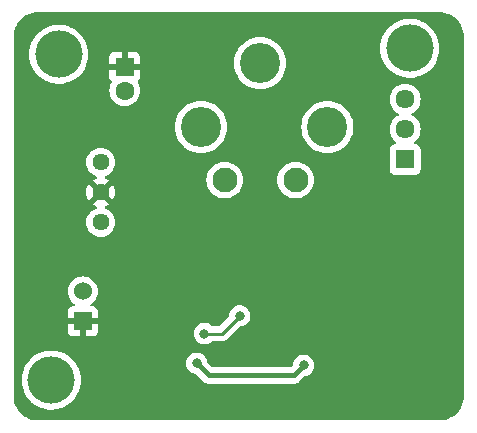
<source format=gbr>
%TF.GenerationSoftware,KiCad,Pcbnew,8.0.2*%
%TF.CreationDate,2024-06-16T16:48:04+02:00*%
%TF.ProjectId,Discharge Controller,44697363-6861-4726-9765-20436f6e7472,rev?*%
%TF.SameCoordinates,Original*%
%TF.FileFunction,Copper,L2,Bot*%
%TF.FilePolarity,Positive*%
%FSLAX46Y46*%
G04 Gerber Fmt 4.6, Leading zero omitted, Abs format (unit mm)*
G04 Created by KiCad (PCBNEW 8.0.2) date 2024-06-16 16:48:04*
%MOMM*%
%LPD*%
G01*
G04 APERTURE LIST*
%TA.AperFunction,ComponentPad*%
%ADD10C,2.100000*%
%TD*%
%TA.AperFunction,ComponentPad*%
%ADD11C,3.400000*%
%TD*%
%TA.AperFunction,ComponentPad*%
%ADD12R,1.610000X1.610000*%
%TD*%
%TA.AperFunction,ComponentPad*%
%ADD13C,1.610000*%
%TD*%
%TA.AperFunction,ComponentPad*%
%ADD14R,1.530000X1.530000*%
%TD*%
%TA.AperFunction,ComponentPad*%
%ADD15C,1.530000*%
%TD*%
%TA.AperFunction,ComponentPad*%
%ADD16C,4.000000*%
%TD*%
%TA.AperFunction,ComponentPad*%
%ADD17C,1.440000*%
%TD*%
%TA.AperFunction,ComponentPad*%
%ADD18R,1.600000X1.600000*%
%TD*%
%TA.AperFunction,ComponentPad*%
%ADD19C,1.600000*%
%TD*%
%TA.AperFunction,ViaPad*%
%ADD20C,0.800000*%
%TD*%
%TA.AperFunction,Conductor*%
%ADD21C,0.250000*%
%TD*%
%TA.AperFunction,Conductor*%
%ADD22C,0.400000*%
%TD*%
G04 APERTURE END LIST*
D10*
%TO.P,K2,1*%
%TO.N,Net-(K2-Pad1)*%
X173719500Y-65006500D03*
D11*
%TO.P,K2,2*%
%TO.N,/SC in*%
X176419500Y-60506500D03*
%TO.P,K2,3*%
%TO.N,unconnected-(K2-Pad3)*%
X170719500Y-55106500D03*
%TO.P,K2,4*%
%TO.N,/SC out*%
X165719500Y-60506500D03*
D10*
%TO.P,K2,5*%
%TO.N,+12V*%
X167719500Y-65006500D03*
%TD*%
D12*
%TO.P,J1,1,1*%
%TO.N,/Raw_Relay_Closed*%
X183000000Y-63246000D03*
D13*
%TO.P,J1,2,2*%
%TO.N,/SC in*%
X183000000Y-60706000D03*
%TO.P,J1,3,3*%
%TO.N,/SC out*%
X183000000Y-58166000D03*
%TD*%
D14*
%TO.P,J3,1,1*%
%TO.N,GND*%
X155702000Y-76962000D03*
D15*
%TO.P,J3,2,2*%
%TO.N,+12V*%
X155702000Y-74422000D03*
%TD*%
D16*
%TO.P,,1*%
%TO.N,N/C*%
X153035000Y-81940400D03*
%TD*%
%TO.P,,1*%
%TO.N,N/C*%
X153670000Y-54356000D03*
%TD*%
%TO.P,,1*%
%TO.N,N/C*%
X183388000Y-53848000D03*
%TD*%
D17*
%TO.P,U1,1,+VIN*%
%TO.N,+12V*%
X157226000Y-68580000D03*
%TO.P,U1,2,GND*%
%TO.N,GND*%
X157226000Y-66040000D03*
%TO.P,U1,3,+VOUT*%
%TO.N,+5V*%
X157226000Y-63500000D03*
%TD*%
D18*
%TO.P,C1,1*%
%TO.N,GND*%
X159258000Y-55432888D03*
D19*
%TO.P,C1,2*%
%TO.N,+12V*%
X159258000Y-57432888D03*
%TD*%
D20*
%TO.N,GND*%
X165500000Y-84000000D03*
X174500000Y-69000000D03*
X177500000Y-84000000D03*
X177139651Y-73289901D03*
X177500000Y-78000000D03*
X186500000Y-78000000D03*
X165389000Y-73414000D03*
%TO.N,+5V*%
X166000000Y-78000000D03*
X169000000Y-76500000D03*
%TO.N,/Relay_Closed*%
X165354000Y-80518000D03*
X174396400Y-80702800D03*
%TD*%
D21*
%TO.N,+5V*%
X166000000Y-78000000D02*
X167500000Y-78000000D01*
X167500000Y-78000000D02*
X169000000Y-76500000D01*
D22*
%TO.N,/Relay_Closed*%
X174396400Y-80702800D02*
X173565200Y-81534000D01*
X173565200Y-81534000D02*
X166370000Y-81534000D01*
X166370000Y-81534000D02*
X165354000Y-80518000D01*
%TD*%
%TA.AperFunction,Conductor*%
%TO.N,GND*%
G36*
X185961121Y-50800020D02*
G01*
X186095109Y-50802409D01*
X186110528Y-50803650D01*
X186376897Y-50841948D01*
X186394184Y-50845708D01*
X186651313Y-50921209D01*
X186667887Y-50927391D01*
X186777159Y-50977293D01*
X186911659Y-51038717D01*
X186927173Y-51047188D01*
X187152628Y-51192080D01*
X187166787Y-51202679D01*
X187369317Y-51378172D01*
X187381827Y-51390682D01*
X187557320Y-51593212D01*
X187567921Y-51607374D01*
X187712808Y-51832821D01*
X187721284Y-51848345D01*
X187832608Y-52092112D01*
X187838791Y-52108688D01*
X187914290Y-52365814D01*
X187918051Y-52383102D01*
X187956348Y-52649463D01*
X187957590Y-52664898D01*
X187959980Y-52798877D01*
X187960000Y-52801089D01*
X187960000Y-83342910D01*
X187959980Y-83345122D01*
X187957590Y-83479101D01*
X187956348Y-83494536D01*
X187918051Y-83760897D01*
X187914290Y-83778185D01*
X187838791Y-84035311D01*
X187832608Y-84051887D01*
X187721284Y-84295654D01*
X187712805Y-84311183D01*
X187567922Y-84536624D01*
X187557320Y-84550787D01*
X187381827Y-84753317D01*
X187369317Y-84765827D01*
X187166787Y-84941320D01*
X187152624Y-84951922D01*
X186927183Y-85096805D01*
X186911654Y-85105284D01*
X186667887Y-85216608D01*
X186651311Y-85222791D01*
X186394185Y-85298290D01*
X186376897Y-85302051D01*
X186110536Y-85340348D01*
X186095101Y-85341590D01*
X185964818Y-85343914D01*
X185961120Y-85343980D01*
X185958910Y-85344000D01*
X151861090Y-85344000D01*
X151858879Y-85343980D01*
X151855015Y-85343911D01*
X151724898Y-85341590D01*
X151709463Y-85340348D01*
X151443102Y-85302051D01*
X151425814Y-85298290D01*
X151168688Y-85222791D01*
X151152112Y-85216608D01*
X150908345Y-85105284D01*
X150892821Y-85096808D01*
X150667374Y-84951921D01*
X150653212Y-84941320D01*
X150450682Y-84765827D01*
X150438172Y-84753317D01*
X150262679Y-84550787D01*
X150252077Y-84536624D01*
X150190559Y-84440900D01*
X150107188Y-84311173D01*
X150098715Y-84295654D01*
X149987391Y-84051887D01*
X149981208Y-84035311D01*
X149905709Y-83778185D01*
X149901948Y-83760897D01*
X149863651Y-83494536D01*
X149862409Y-83479109D01*
X149860020Y-83345121D01*
X149860000Y-83342910D01*
X149860000Y-81940394D01*
X150529556Y-81940394D01*
X150529556Y-81940405D01*
X150549310Y-82254404D01*
X150549311Y-82254411D01*
X150608270Y-82563483D01*
X150705497Y-82862716D01*
X150705499Y-82862721D01*
X150839461Y-83147403D01*
X150839464Y-83147409D01*
X151008051Y-83413061D01*
X151008054Y-83413065D01*
X151208606Y-83655490D01*
X151208608Y-83655492D01*
X151208610Y-83655494D01*
X151320853Y-83760897D01*
X151437968Y-83870876D01*
X151437978Y-83870884D01*
X151692504Y-84055808D01*
X151692509Y-84055810D01*
X151692516Y-84055816D01*
X151968234Y-84207394D01*
X151968239Y-84207396D01*
X151968241Y-84207397D01*
X151968242Y-84207398D01*
X152260771Y-84323218D01*
X152260774Y-84323219D01*
X152565523Y-84401465D01*
X152565527Y-84401466D01*
X152631010Y-84409738D01*
X152877670Y-84440899D01*
X152877679Y-84440899D01*
X152877682Y-84440900D01*
X152877684Y-84440900D01*
X153192316Y-84440900D01*
X153192318Y-84440900D01*
X153192321Y-84440899D01*
X153192329Y-84440899D01*
X153378593Y-84417368D01*
X153504473Y-84401466D01*
X153809225Y-84323219D01*
X153839650Y-84311173D01*
X154101757Y-84207398D01*
X154101758Y-84207397D01*
X154101756Y-84207397D01*
X154101766Y-84207394D01*
X154377484Y-84055816D01*
X154632030Y-83870878D01*
X154861390Y-83655494D01*
X155061947Y-83413063D01*
X155230537Y-83147407D01*
X155364503Y-82862715D01*
X155461731Y-82563479D01*
X155520688Y-82254415D01*
X155540444Y-81940400D01*
X155520688Y-81626385D01*
X155461731Y-81317321D01*
X155364503Y-81018085D01*
X155230537Y-80733393D01*
X155093845Y-80518000D01*
X164448540Y-80518000D01*
X164468326Y-80706256D01*
X164468327Y-80706259D01*
X164526818Y-80886277D01*
X164526821Y-80886284D01*
X164621467Y-81050216D01*
X164640257Y-81071084D01*
X164748129Y-81190888D01*
X164901265Y-81302148D01*
X164901270Y-81302151D01*
X165074191Y-81379142D01*
X165074193Y-81379142D01*
X165074197Y-81379144D01*
X165229130Y-81412075D01*
X165290607Y-81445266D01*
X165291026Y-81445683D01*
X165923453Y-82078111D01*
X165923454Y-82078112D01*
X166038192Y-82154777D01*
X166165667Y-82207578D01*
X166165672Y-82207580D01*
X166165676Y-82207580D01*
X166165677Y-82207581D01*
X166301003Y-82234500D01*
X166301006Y-82234500D01*
X173634196Y-82234500D01*
X173725240Y-82216389D01*
X173769528Y-82207580D01*
X173833269Y-82181177D01*
X173897007Y-82154777D01*
X173897008Y-82154776D01*
X173897011Y-82154775D01*
X174011743Y-82078114D01*
X174459374Y-81630481D01*
X174520694Y-81596999D01*
X174521110Y-81596909D01*
X174676203Y-81563944D01*
X174849130Y-81486951D01*
X175002271Y-81375688D01*
X175128933Y-81235016D01*
X175223579Y-81071084D01*
X175282074Y-80891056D01*
X175301860Y-80702800D01*
X175282074Y-80514544D01*
X175223579Y-80334516D01*
X175128933Y-80170584D01*
X175002271Y-80029912D01*
X175002270Y-80029911D01*
X174849134Y-79918651D01*
X174849129Y-79918648D01*
X174676207Y-79841657D01*
X174676202Y-79841655D01*
X174530401Y-79810665D01*
X174491046Y-79802300D01*
X174301754Y-79802300D01*
X174269297Y-79809198D01*
X174116597Y-79841655D01*
X174116592Y-79841657D01*
X173943670Y-79918648D01*
X173943665Y-79918651D01*
X173790529Y-80029911D01*
X173663866Y-80170585D01*
X173569221Y-80334515D01*
X173569218Y-80334522D01*
X173510727Y-80514539D01*
X173510725Y-80514550D01*
X173505534Y-80563929D01*
X173478949Y-80628543D01*
X173469896Y-80638646D01*
X173311360Y-80797182D01*
X173250040Y-80830666D01*
X173223681Y-80833500D01*
X166711519Y-80833500D01*
X166644480Y-80813815D01*
X166623838Y-80797181D01*
X166280503Y-80453846D01*
X166247018Y-80392523D01*
X166244865Y-80379143D01*
X166239674Y-80329744D01*
X166187959Y-80170584D01*
X166181181Y-80149722D01*
X166181180Y-80149721D01*
X166181179Y-80149716D01*
X166086533Y-79985784D01*
X165959871Y-79845112D01*
X165955116Y-79841657D01*
X165806734Y-79733851D01*
X165806729Y-79733848D01*
X165633807Y-79656857D01*
X165633802Y-79656855D01*
X165488001Y-79625865D01*
X165448646Y-79617500D01*
X165259354Y-79617500D01*
X165226897Y-79624398D01*
X165074197Y-79656855D01*
X165074192Y-79656857D01*
X164901270Y-79733848D01*
X164901265Y-79733851D01*
X164748129Y-79845111D01*
X164621466Y-79985785D01*
X164526821Y-80149715D01*
X164526818Y-80149722D01*
X164468327Y-80329740D01*
X164468326Y-80329744D01*
X164448540Y-80518000D01*
X155093845Y-80518000D01*
X155061948Y-80467738D01*
X155061945Y-80467734D01*
X154861393Y-80225309D01*
X154861391Y-80225307D01*
X154632031Y-80009923D01*
X154632021Y-80009915D01*
X154377495Y-79824991D01*
X154377488Y-79824986D01*
X154377484Y-79824984D01*
X154101766Y-79673406D01*
X154101763Y-79673404D01*
X154101758Y-79673402D01*
X154101757Y-79673401D01*
X153809228Y-79557581D01*
X153809225Y-79557580D01*
X153504476Y-79479334D01*
X153504463Y-79479332D01*
X153192329Y-79439900D01*
X153192318Y-79439900D01*
X152877682Y-79439900D01*
X152877670Y-79439900D01*
X152565536Y-79479332D01*
X152565523Y-79479334D01*
X152260774Y-79557580D01*
X152260771Y-79557581D01*
X151968242Y-79673401D01*
X151968241Y-79673402D01*
X151692516Y-79824984D01*
X151692504Y-79824991D01*
X151437978Y-80009915D01*
X151437968Y-80009923D01*
X151208608Y-80225307D01*
X151208606Y-80225309D01*
X151008054Y-80467734D01*
X151008051Y-80467738D01*
X150839464Y-80733390D01*
X150839461Y-80733396D01*
X150705499Y-81018078D01*
X150705497Y-81018083D01*
X150608270Y-81317316D01*
X150549311Y-81626388D01*
X150549310Y-81626395D01*
X150529556Y-81940394D01*
X149860000Y-81940394D01*
X149860000Y-74421998D01*
X154431666Y-74421998D01*
X154431666Y-74422001D01*
X154450964Y-74642585D01*
X154450965Y-74642592D01*
X154508275Y-74856475D01*
X154508279Y-74856486D01*
X154601856Y-75057163D01*
X154601858Y-75057167D01*
X154728868Y-75238555D01*
X154885445Y-75395132D01*
X154994404Y-75471426D01*
X155038027Y-75526002D01*
X155045220Y-75595501D01*
X155013698Y-75657855D01*
X154953468Y-75693269D01*
X154923279Y-75697000D01*
X154889155Y-75697000D01*
X154829627Y-75703401D01*
X154829620Y-75703403D01*
X154694913Y-75753645D01*
X154694906Y-75753649D01*
X154579812Y-75839809D01*
X154579809Y-75839812D01*
X154493649Y-75954906D01*
X154493645Y-75954913D01*
X154443403Y-76089620D01*
X154443401Y-76089627D01*
X154437000Y-76149155D01*
X154437000Y-76712000D01*
X155257440Y-76712000D01*
X155226755Y-76765147D01*
X155192000Y-76894857D01*
X155192000Y-77029143D01*
X155226755Y-77158853D01*
X155257440Y-77212000D01*
X154437000Y-77212000D01*
X154437000Y-77774844D01*
X154443401Y-77834372D01*
X154443403Y-77834379D01*
X154493645Y-77969086D01*
X154493649Y-77969093D01*
X154579809Y-78084187D01*
X154579812Y-78084190D01*
X154694906Y-78170350D01*
X154694913Y-78170354D01*
X154829620Y-78220596D01*
X154829627Y-78220598D01*
X154889155Y-78226999D01*
X154889172Y-78227000D01*
X155452000Y-78227000D01*
X155452000Y-77406560D01*
X155505147Y-77437245D01*
X155634857Y-77472000D01*
X155769143Y-77472000D01*
X155898853Y-77437245D01*
X155952000Y-77406560D01*
X155952000Y-78227000D01*
X156514828Y-78227000D01*
X156514844Y-78226999D01*
X156574372Y-78220598D01*
X156574379Y-78220596D01*
X156709086Y-78170354D01*
X156709093Y-78170350D01*
X156824187Y-78084190D01*
X156824190Y-78084187D01*
X156887213Y-78000000D01*
X165094540Y-78000000D01*
X165114326Y-78188256D01*
X165114327Y-78188259D01*
X165172818Y-78368277D01*
X165172821Y-78368284D01*
X165267467Y-78532216D01*
X165388401Y-78666526D01*
X165394129Y-78672888D01*
X165547265Y-78784148D01*
X165547270Y-78784151D01*
X165720192Y-78861142D01*
X165720197Y-78861144D01*
X165905354Y-78900500D01*
X165905355Y-78900500D01*
X166094644Y-78900500D01*
X166094646Y-78900500D01*
X166279803Y-78861144D01*
X166452730Y-78784151D01*
X166605871Y-78672888D01*
X166608788Y-78669647D01*
X166611600Y-78666526D01*
X166671087Y-78629879D01*
X166703748Y-78625500D01*
X167561607Y-78625500D01*
X167622029Y-78613481D01*
X167682452Y-78601463D01*
X167732496Y-78580734D01*
X167796286Y-78554312D01*
X167847509Y-78520084D01*
X167898733Y-78485858D01*
X167985858Y-78398733D01*
X167985858Y-78398731D01*
X167996066Y-78388524D01*
X167996067Y-78388521D01*
X168947772Y-77436819D01*
X169009095Y-77403334D01*
X169035453Y-77400500D01*
X169094644Y-77400500D01*
X169094646Y-77400500D01*
X169279803Y-77361144D01*
X169452730Y-77284151D01*
X169605871Y-77172888D01*
X169732533Y-77032216D01*
X169827179Y-76868284D01*
X169885674Y-76688256D01*
X169905460Y-76500000D01*
X169885674Y-76311744D01*
X169827179Y-76131716D01*
X169732533Y-75967784D01*
X169605871Y-75827112D01*
X169605870Y-75827111D01*
X169452734Y-75715851D01*
X169452729Y-75715848D01*
X169279807Y-75638857D01*
X169279802Y-75638855D01*
X169134001Y-75607865D01*
X169094646Y-75599500D01*
X168905354Y-75599500D01*
X168872897Y-75606398D01*
X168720197Y-75638855D01*
X168720192Y-75638857D01*
X168547270Y-75715848D01*
X168547265Y-75715851D01*
X168394129Y-75827111D01*
X168267466Y-75967785D01*
X168172821Y-76131715D01*
X168172818Y-76131722D01*
X168114327Y-76311740D01*
X168114326Y-76311744D01*
X168099585Y-76452000D01*
X168096679Y-76479650D01*
X168070094Y-76544264D01*
X168061038Y-76554369D01*
X167456557Y-77158853D01*
X167277229Y-77338181D01*
X167215906Y-77371666D01*
X167189548Y-77374500D01*
X166703748Y-77374500D01*
X166636709Y-77354815D01*
X166611600Y-77333474D01*
X166605873Y-77327114D01*
X166605869Y-77327110D01*
X166452734Y-77215851D01*
X166452729Y-77215848D01*
X166279807Y-77138857D01*
X166279802Y-77138855D01*
X166134001Y-77107865D01*
X166094646Y-77099500D01*
X165905354Y-77099500D01*
X165872897Y-77106398D01*
X165720197Y-77138855D01*
X165720192Y-77138857D01*
X165547270Y-77215848D01*
X165547265Y-77215851D01*
X165394129Y-77327111D01*
X165267466Y-77467785D01*
X165172821Y-77631715D01*
X165172818Y-77631722D01*
X165114327Y-77811740D01*
X165114326Y-77811744D01*
X165094540Y-78000000D01*
X156887213Y-78000000D01*
X156910350Y-77969093D01*
X156910354Y-77969086D01*
X156960596Y-77834379D01*
X156960598Y-77834372D01*
X156966999Y-77774844D01*
X156967000Y-77774827D01*
X156967000Y-77212000D01*
X156146560Y-77212000D01*
X156177245Y-77158853D01*
X156212000Y-77029143D01*
X156212000Y-76894857D01*
X156177245Y-76765147D01*
X156146560Y-76712000D01*
X156967000Y-76712000D01*
X156967000Y-76149172D01*
X156966999Y-76149155D01*
X156960598Y-76089627D01*
X156960596Y-76089620D01*
X156910354Y-75954913D01*
X156910350Y-75954906D01*
X156824190Y-75839812D01*
X156824187Y-75839809D01*
X156709093Y-75753649D01*
X156709086Y-75753645D01*
X156574379Y-75703403D01*
X156574372Y-75703401D01*
X156514844Y-75697000D01*
X156480721Y-75697000D01*
X156413682Y-75677315D01*
X156367927Y-75624511D01*
X156357983Y-75555353D01*
X156387008Y-75491797D01*
X156409593Y-75471427D01*
X156518555Y-75395132D01*
X156675132Y-75238555D01*
X156802142Y-75057167D01*
X156895723Y-74856480D01*
X156953035Y-74642591D01*
X156972334Y-74422000D01*
X156953035Y-74201409D01*
X156895723Y-73987520D01*
X156802142Y-73786833D01*
X156675132Y-73605445D01*
X156518555Y-73448868D01*
X156337167Y-73321858D01*
X156337163Y-73321856D01*
X156136486Y-73228279D01*
X156136475Y-73228275D01*
X155922592Y-73170965D01*
X155922585Y-73170964D01*
X155702002Y-73151666D01*
X155701998Y-73151666D01*
X155481414Y-73170964D01*
X155481407Y-73170965D01*
X155267524Y-73228275D01*
X155267513Y-73228279D01*
X155066836Y-73321856D01*
X155066834Y-73321857D01*
X154885444Y-73448868D01*
X154728868Y-73605444D01*
X154601857Y-73786834D01*
X154601856Y-73786836D01*
X154508279Y-73987513D01*
X154508275Y-73987524D01*
X154450965Y-74201407D01*
X154450964Y-74201414D01*
X154431666Y-74421998D01*
X149860000Y-74421998D01*
X149860000Y-63499998D01*
X156000838Y-63499998D01*
X156000838Y-63500001D01*
X156019450Y-63712741D01*
X156019452Y-63712752D01*
X156074721Y-63919022D01*
X156074723Y-63919026D01*
X156074724Y-63919030D01*
X156117171Y-64010058D01*
X156164977Y-64112578D01*
X156287472Y-64287521D01*
X156438478Y-64438527D01*
X156438481Y-64438529D01*
X156613419Y-64561021D01*
X156613421Y-64561022D01*
X156613420Y-64561022D01*
X156677936Y-64591106D01*
X156806970Y-64651276D01*
X156806983Y-64651279D01*
X156812064Y-64653130D01*
X156811390Y-64654978D01*
X156863680Y-64686857D01*
X156894204Y-64749707D01*
X156885903Y-64819082D01*
X156841413Y-64872956D01*
X156811904Y-64886432D01*
X156812236Y-64887342D01*
X156807140Y-64889197D01*
X156613671Y-64979412D01*
X156613669Y-64979413D01*
X156557969Y-65018415D01*
X156557968Y-65018415D01*
X157121085Y-65581531D01*
X157044587Y-65602029D01*
X156937413Y-65663906D01*
X156849906Y-65751413D01*
X156788029Y-65858587D01*
X156767531Y-65935084D01*
X156204415Y-65371968D01*
X156204415Y-65371969D01*
X156165413Y-65427669D01*
X156165412Y-65427671D01*
X156075197Y-65621140D01*
X156075194Y-65621146D01*
X156019945Y-65827337D01*
X156019944Y-65827345D01*
X156001340Y-66039997D01*
X156001340Y-66040002D01*
X156019944Y-66252654D01*
X156019945Y-66252662D01*
X156075194Y-66458853D01*
X156075197Y-66458859D01*
X156165413Y-66652329D01*
X156204415Y-66708030D01*
X156767531Y-66144914D01*
X156788029Y-66221413D01*
X156849906Y-66328587D01*
X156937413Y-66416094D01*
X157044587Y-66477971D01*
X157121084Y-66498468D01*
X156557968Y-67061584D01*
X156613663Y-67100582D01*
X156613669Y-67100586D01*
X156807140Y-67190802D01*
X156812236Y-67192658D01*
X156811542Y-67194563D01*
X156863647Y-67226302D01*
X156894196Y-67289139D01*
X156885922Y-67358518D01*
X156841454Y-67412409D01*
X156811744Y-67425991D01*
X156812064Y-67426870D01*
X156806972Y-67428723D01*
X156806970Y-67428724D01*
X156806968Y-67428725D01*
X156613421Y-67518977D01*
X156438478Y-67641472D01*
X156287472Y-67792478D01*
X156164977Y-67967421D01*
X156074725Y-68160968D01*
X156074721Y-68160977D01*
X156019452Y-68367247D01*
X156019450Y-68367258D01*
X156000838Y-68579998D01*
X156000838Y-68580001D01*
X156019450Y-68792741D01*
X156019452Y-68792752D01*
X156074721Y-68999022D01*
X156074723Y-68999026D01*
X156074724Y-68999030D01*
X156117171Y-69090058D01*
X156164977Y-69192578D01*
X156287472Y-69367521D01*
X156438478Y-69518527D01*
X156438481Y-69518529D01*
X156613419Y-69641021D01*
X156613421Y-69641022D01*
X156613420Y-69641022D01*
X156677936Y-69671106D01*
X156806970Y-69731276D01*
X157013253Y-69786549D01*
X157165215Y-69799844D01*
X157225998Y-69805162D01*
X157226000Y-69805162D01*
X157226002Y-69805162D01*
X157279186Y-69800508D01*
X157438747Y-69786549D01*
X157645030Y-69731276D01*
X157838581Y-69641021D01*
X158013519Y-69518529D01*
X158164529Y-69367519D01*
X158287021Y-69192581D01*
X158377276Y-68999030D01*
X158432549Y-68792747D01*
X158451162Y-68580000D01*
X158432549Y-68367253D01*
X158377276Y-68160970D01*
X158287021Y-67967419D01*
X158164529Y-67792481D01*
X158164527Y-67792478D01*
X158013521Y-67641472D01*
X157838578Y-67518977D01*
X157838579Y-67518977D01*
X157709547Y-67458809D01*
X157645030Y-67428724D01*
X157645023Y-67428722D01*
X157639936Y-67426870D01*
X157640606Y-67425028D01*
X157588293Y-67393114D01*
X157557789Y-67330255D01*
X157566111Y-67260883D01*
X157610617Y-67207022D01*
X157640097Y-67193574D01*
X157639764Y-67192658D01*
X157644864Y-67190801D01*
X157838325Y-67100589D01*
X157894030Y-67061583D01*
X157330915Y-66498467D01*
X157407413Y-66477971D01*
X157514587Y-66416094D01*
X157602094Y-66328587D01*
X157663971Y-66221413D01*
X157684468Y-66144915D01*
X158247583Y-66708029D01*
X158286589Y-66652325D01*
X158376801Y-66458864D01*
X158376805Y-66458853D01*
X158432054Y-66252662D01*
X158432055Y-66252654D01*
X158450660Y-66040002D01*
X158450660Y-66039997D01*
X158432055Y-65827345D01*
X158432054Y-65827337D01*
X158376805Y-65621146D01*
X158376802Y-65621140D01*
X158286586Y-65427669D01*
X158286582Y-65427663D01*
X158247584Y-65371968D01*
X157684468Y-65935084D01*
X157663971Y-65858587D01*
X157602094Y-65751413D01*
X157514587Y-65663906D01*
X157407413Y-65602029D01*
X157330914Y-65581531D01*
X157894030Y-65018415D01*
X157877014Y-65006500D01*
X166164206Y-65006500D01*
X166183353Y-65249797D01*
X166183353Y-65249800D01*
X166183354Y-65249802D01*
X166226057Y-65427671D01*
X166240330Y-65487119D01*
X166333722Y-65712589D01*
X166461237Y-65920673D01*
X166461238Y-65920676D01*
X166461241Y-65920679D01*
X166619741Y-66106259D01*
X166754569Y-66221413D01*
X166805323Y-66264761D01*
X166805326Y-66264762D01*
X167013410Y-66392277D01*
X167238881Y-66485669D01*
X167238878Y-66485669D01*
X167238884Y-66485670D01*
X167238888Y-66485672D01*
X167476198Y-66542646D01*
X167719500Y-66561794D01*
X167962802Y-66542646D01*
X168200112Y-66485672D01*
X168425589Y-66392277D01*
X168633679Y-66264759D01*
X168819259Y-66106259D01*
X168977759Y-65920679D01*
X169105277Y-65712589D01*
X169198672Y-65487112D01*
X169255646Y-65249802D01*
X169274794Y-65006500D01*
X172164206Y-65006500D01*
X172183353Y-65249797D01*
X172183353Y-65249800D01*
X172183354Y-65249802D01*
X172226057Y-65427671D01*
X172240330Y-65487119D01*
X172333722Y-65712589D01*
X172461237Y-65920673D01*
X172461238Y-65920676D01*
X172461241Y-65920679D01*
X172619741Y-66106259D01*
X172754569Y-66221413D01*
X172805323Y-66264761D01*
X172805326Y-66264762D01*
X173013410Y-66392277D01*
X173238881Y-66485669D01*
X173238878Y-66485669D01*
X173238884Y-66485670D01*
X173238888Y-66485672D01*
X173476198Y-66542646D01*
X173719500Y-66561794D01*
X173962802Y-66542646D01*
X174200112Y-66485672D01*
X174425589Y-66392277D01*
X174633679Y-66264759D01*
X174819259Y-66106259D01*
X174977759Y-65920679D01*
X175105277Y-65712589D01*
X175198672Y-65487112D01*
X175255646Y-65249802D01*
X175274794Y-65006500D01*
X175255646Y-64763198D01*
X175198672Y-64525888D01*
X175185794Y-64494797D01*
X175105277Y-64300410D01*
X174977762Y-64092326D01*
X174977761Y-64092323D01*
X174941953Y-64050397D01*
X174819259Y-63906741D01*
X174696563Y-63801949D01*
X174633676Y-63748238D01*
X174633673Y-63748237D01*
X174425589Y-63620722D01*
X174200118Y-63527330D01*
X174200121Y-63527330D01*
X174086289Y-63500001D01*
X173962802Y-63470354D01*
X173962800Y-63470353D01*
X173962797Y-63470353D01*
X173719500Y-63451206D01*
X173476202Y-63470353D01*
X173476198Y-63470354D01*
X173352716Y-63500000D01*
X173238880Y-63527330D01*
X173013410Y-63620722D01*
X172805326Y-63748237D01*
X172805323Y-63748238D01*
X172619741Y-63906741D01*
X172461238Y-64092323D01*
X172461237Y-64092326D01*
X172333722Y-64300410D01*
X172240330Y-64525880D01*
X172240328Y-64525887D01*
X172240328Y-64525888D01*
X172234179Y-64551499D01*
X172183353Y-64763202D01*
X172164206Y-65006500D01*
X169274794Y-65006500D01*
X169255646Y-64763198D01*
X169198672Y-64525888D01*
X169185794Y-64494797D01*
X169105277Y-64300410D01*
X168977762Y-64092326D01*
X168977761Y-64092323D01*
X168941953Y-64050397D01*
X168819259Y-63906741D01*
X168696563Y-63801949D01*
X168633676Y-63748238D01*
X168633673Y-63748237D01*
X168425589Y-63620722D01*
X168200118Y-63527330D01*
X168200121Y-63527330D01*
X168086289Y-63500001D01*
X167962802Y-63470354D01*
X167962800Y-63470353D01*
X167962797Y-63470353D01*
X167719500Y-63451206D01*
X167476202Y-63470353D01*
X167476198Y-63470354D01*
X167352716Y-63500000D01*
X167238880Y-63527330D01*
X167013410Y-63620722D01*
X166805326Y-63748237D01*
X166805323Y-63748238D01*
X166619741Y-63906741D01*
X166461238Y-64092323D01*
X166461237Y-64092326D01*
X166333722Y-64300410D01*
X166240330Y-64525880D01*
X166240328Y-64525887D01*
X166240328Y-64525888D01*
X166234179Y-64551499D01*
X166183353Y-64763202D01*
X166164206Y-65006500D01*
X157877014Y-65006500D01*
X157838329Y-64979413D01*
X157644859Y-64889197D01*
X157639764Y-64887342D01*
X157640455Y-64885443D01*
X157588325Y-64853667D01*
X157557797Y-64790820D01*
X157566093Y-64721444D01*
X157610579Y-64667567D01*
X157640257Y-64654014D01*
X157639936Y-64653130D01*
X157645013Y-64651280D01*
X157645030Y-64651276D01*
X157838581Y-64561021D01*
X158013519Y-64438529D01*
X158164529Y-64287519D01*
X158287021Y-64112581D01*
X158377276Y-63919030D01*
X158432549Y-63712747D01*
X158451162Y-63500000D01*
X158432549Y-63287253D01*
X158377276Y-63080970D01*
X158287021Y-62887419D01*
X158164529Y-62712481D01*
X158164527Y-62712478D01*
X158013521Y-62561472D01*
X157838578Y-62438977D01*
X157838579Y-62438977D01*
X157709547Y-62378809D01*
X157645030Y-62348724D01*
X157645026Y-62348723D01*
X157645022Y-62348721D01*
X157438752Y-62293452D01*
X157438748Y-62293451D01*
X157438747Y-62293451D01*
X157438746Y-62293450D01*
X157438741Y-62293450D01*
X157226002Y-62274838D01*
X157225998Y-62274838D01*
X157013258Y-62293450D01*
X157013247Y-62293452D01*
X156806977Y-62348721D01*
X156806968Y-62348725D01*
X156613421Y-62438977D01*
X156438478Y-62561472D01*
X156287472Y-62712478D01*
X156164977Y-62887421D01*
X156074725Y-63080968D01*
X156074721Y-63080977D01*
X156019452Y-63287247D01*
X156019450Y-63287258D01*
X156000838Y-63499998D01*
X149860000Y-63499998D01*
X149860000Y-60506500D01*
X163514278Y-60506500D01*
X163533144Y-60794337D01*
X163533146Y-60794349D01*
X163589417Y-61077245D01*
X163589421Y-61077260D01*
X163682142Y-61350405D01*
X163809719Y-61609106D01*
X163809723Y-61609113D01*
X163969978Y-61848952D01*
X164160172Y-62065827D01*
X164311652Y-62198671D01*
X164377046Y-62256020D01*
X164616889Y-62416278D01*
X164875598Y-62543859D01*
X165148747Y-62636581D01*
X165431661Y-62692856D01*
X165719500Y-62711722D01*
X166007339Y-62692856D01*
X166290253Y-62636581D01*
X166563402Y-62543859D01*
X166822111Y-62416278D01*
X167061954Y-62256020D01*
X167278827Y-62065827D01*
X167469020Y-61848954D01*
X167629278Y-61609111D01*
X167756859Y-61350402D01*
X167849581Y-61077253D01*
X167905856Y-60794339D01*
X167924722Y-60506500D01*
X174214278Y-60506500D01*
X174233144Y-60794337D01*
X174233146Y-60794349D01*
X174289417Y-61077245D01*
X174289421Y-61077260D01*
X174382142Y-61350405D01*
X174509719Y-61609106D01*
X174509723Y-61609113D01*
X174669978Y-61848952D01*
X174860172Y-62065827D01*
X175011652Y-62198671D01*
X175077046Y-62256020D01*
X175316889Y-62416278D01*
X175575598Y-62543859D01*
X175848747Y-62636581D01*
X176131661Y-62692856D01*
X176419500Y-62711722D01*
X176707339Y-62692856D01*
X176990253Y-62636581D01*
X177263402Y-62543859D01*
X177522111Y-62416278D01*
X177761954Y-62256020D01*
X177978827Y-62065827D01*
X178169020Y-61848954D01*
X178329278Y-61609111D01*
X178456859Y-61350402D01*
X178549581Y-61077253D01*
X178605856Y-60794339D01*
X178624722Y-60506500D01*
X178605856Y-60218661D01*
X178549581Y-59935747D01*
X178456859Y-59662598D01*
X178329278Y-59403889D01*
X178169020Y-59164046D01*
X178032495Y-59008369D01*
X177978827Y-58947172D01*
X177761952Y-58756978D01*
X177522113Y-58596723D01*
X177522106Y-58596719D01*
X177263405Y-58469142D01*
X176990260Y-58376421D01*
X176990254Y-58376419D01*
X176990253Y-58376419D01*
X176990251Y-58376418D01*
X176990245Y-58376417D01*
X176707349Y-58320146D01*
X176707339Y-58320144D01*
X176419500Y-58301278D01*
X176131661Y-58320144D01*
X176131655Y-58320145D01*
X176131650Y-58320146D01*
X175848754Y-58376417D01*
X175848739Y-58376421D01*
X175575594Y-58469142D01*
X175316893Y-58596719D01*
X175316886Y-58596723D01*
X175077047Y-58756978D01*
X174860172Y-58947172D01*
X174669978Y-59164047D01*
X174509723Y-59403886D01*
X174509719Y-59403893D01*
X174382142Y-59662594D01*
X174289421Y-59935739D01*
X174289417Y-59935754D01*
X174233146Y-60218650D01*
X174233144Y-60218662D01*
X174214278Y-60506500D01*
X167924722Y-60506500D01*
X167905856Y-60218661D01*
X167849581Y-59935747D01*
X167756859Y-59662598D01*
X167629278Y-59403889D01*
X167469020Y-59164046D01*
X167332495Y-59008369D01*
X167278827Y-58947172D01*
X167061952Y-58756978D01*
X166822113Y-58596723D01*
X166822106Y-58596719D01*
X166563405Y-58469142D01*
X166290260Y-58376421D01*
X166290254Y-58376419D01*
X166290253Y-58376419D01*
X166290251Y-58376418D01*
X166290245Y-58376417D01*
X166007349Y-58320146D01*
X166007339Y-58320144D01*
X165719500Y-58301278D01*
X165431661Y-58320144D01*
X165431655Y-58320145D01*
X165431650Y-58320146D01*
X165148754Y-58376417D01*
X165148739Y-58376421D01*
X164875594Y-58469142D01*
X164616893Y-58596719D01*
X164616886Y-58596723D01*
X164377047Y-58756978D01*
X164160172Y-58947172D01*
X163969978Y-59164047D01*
X163809723Y-59403886D01*
X163809719Y-59403893D01*
X163682142Y-59662594D01*
X163589421Y-59935739D01*
X163589417Y-59935754D01*
X163533146Y-60218650D01*
X163533144Y-60218662D01*
X163514278Y-60506500D01*
X149860000Y-60506500D01*
X149860000Y-57432886D01*
X157952532Y-57432886D01*
X157952532Y-57432889D01*
X157972364Y-57659574D01*
X157972366Y-57659585D01*
X158031258Y-57879376D01*
X158031261Y-57879385D01*
X158127431Y-58085620D01*
X158127432Y-58085622D01*
X158257954Y-58272029D01*
X158418858Y-58432933D01*
X158418861Y-58432935D01*
X158605266Y-58563456D01*
X158811504Y-58659627D01*
X159031308Y-58718523D01*
X159193230Y-58732689D01*
X159257998Y-58738356D01*
X159258000Y-58738356D01*
X159258002Y-58738356D01*
X159314673Y-58733397D01*
X159484692Y-58718523D01*
X159704496Y-58659627D01*
X159910734Y-58563456D01*
X160097139Y-58432935D01*
X160258047Y-58272027D01*
X160332289Y-58165998D01*
X181689513Y-58165998D01*
X181689513Y-58166001D01*
X181709421Y-58393558D01*
X181709423Y-58393568D01*
X181768542Y-58614205D01*
X181768544Y-58614209D01*
X181768545Y-58614213D01*
X181789722Y-58659627D01*
X181865084Y-58821243D01*
X181865085Y-58821244D01*
X181996109Y-59008365D01*
X182157635Y-59169891D01*
X182344756Y-59300915D01*
X182393443Y-59323618D01*
X182445882Y-59369790D01*
X182465034Y-59436984D01*
X182444818Y-59503865D01*
X182393444Y-59548381D01*
X182344759Y-59571084D01*
X182344753Y-59571087D01*
X182344752Y-59571087D01*
X182157633Y-59702109D01*
X181996109Y-59863633D01*
X181865087Y-60050752D01*
X181865085Y-60050756D01*
X181768546Y-60257785D01*
X181768542Y-60257794D01*
X181709423Y-60478431D01*
X181709421Y-60478441D01*
X181689513Y-60705998D01*
X181689513Y-60706001D01*
X181709421Y-60933558D01*
X181709423Y-60933568D01*
X181768542Y-61154205D01*
X181768544Y-61154209D01*
X181768545Y-61154213D01*
X181816815Y-61257728D01*
X181865084Y-61361243D01*
X181865085Y-61361244D01*
X181996109Y-61548365D01*
X182157635Y-61709891D01*
X182171052Y-61719285D01*
X182214676Y-61773859D01*
X182221870Y-61843358D01*
X182190348Y-61905713D01*
X182130119Y-61941127D01*
X182113185Y-61944148D01*
X182087519Y-61946907D01*
X181952671Y-61997202D01*
X181952664Y-61997206D01*
X181837455Y-62083452D01*
X181837452Y-62083455D01*
X181751206Y-62198664D01*
X181751202Y-62198671D01*
X181700908Y-62333517D01*
X181694501Y-62393116D01*
X181694501Y-62393123D01*
X181694500Y-62393135D01*
X181694500Y-64098870D01*
X181694501Y-64098876D01*
X181700908Y-64158483D01*
X181751202Y-64293328D01*
X181751206Y-64293335D01*
X181837452Y-64408544D01*
X181837455Y-64408547D01*
X181952664Y-64494793D01*
X181952671Y-64494797D01*
X182087517Y-64545091D01*
X182087516Y-64545091D01*
X182094444Y-64545835D01*
X182147127Y-64551500D01*
X183852872Y-64551499D01*
X183912483Y-64545091D01*
X184047331Y-64494796D01*
X184162546Y-64408546D01*
X184248796Y-64293331D01*
X184299091Y-64158483D01*
X184305500Y-64098873D01*
X184305499Y-62393128D01*
X184299091Y-62333517D01*
X184284147Y-62293451D01*
X184248797Y-62198671D01*
X184248793Y-62198664D01*
X184162547Y-62083455D01*
X184162544Y-62083452D01*
X184047335Y-61997206D01*
X184047328Y-61997202D01*
X183912482Y-61946908D01*
X183912484Y-61946908D01*
X183886815Y-61944149D01*
X183822264Y-61917411D01*
X183782416Y-61860018D01*
X183779923Y-61790193D01*
X183815576Y-61730104D01*
X183828941Y-61719290D01*
X183842365Y-61709891D01*
X184003891Y-61548365D01*
X184134915Y-61361244D01*
X184231455Y-61154213D01*
X184290578Y-60933564D01*
X184310487Y-60706000D01*
X184290578Y-60478436D01*
X184231455Y-60257787D01*
X184134915Y-60050757D01*
X184134913Y-60050754D01*
X184134912Y-60050752D01*
X184003890Y-59863633D01*
X183842369Y-59702113D01*
X183842365Y-59702109D01*
X183655244Y-59571085D01*
X183606556Y-59548381D01*
X183554117Y-59502210D01*
X183534965Y-59435017D01*
X183555180Y-59368136D01*
X183606557Y-59323618D01*
X183655244Y-59300915D01*
X183842365Y-59169891D01*
X184003891Y-59008365D01*
X184134915Y-58821244D01*
X184231455Y-58614213D01*
X184290578Y-58393564D01*
X184310487Y-58166000D01*
X184290578Y-57938436D01*
X184231455Y-57717787D01*
X184134915Y-57510757D01*
X184134913Y-57510754D01*
X184134912Y-57510752D01*
X184003890Y-57323633D01*
X183842369Y-57162113D01*
X183842365Y-57162109D01*
X183655244Y-57031085D01*
X183655245Y-57031085D01*
X183655243Y-57031084D01*
X183551728Y-56982815D01*
X183448213Y-56934545D01*
X183448209Y-56934544D01*
X183448205Y-56934542D01*
X183227568Y-56875423D01*
X183227566Y-56875422D01*
X183227564Y-56875422D01*
X183227562Y-56875421D01*
X183227558Y-56875421D01*
X183000002Y-56855513D01*
X182999998Y-56855513D01*
X182772441Y-56875421D01*
X182772431Y-56875423D01*
X182551794Y-56934542D01*
X182551785Y-56934546D01*
X182344756Y-57031085D01*
X182344752Y-57031087D01*
X182157633Y-57162109D01*
X181996109Y-57323633D01*
X181865087Y-57510752D01*
X181865085Y-57510756D01*
X181768546Y-57717785D01*
X181768542Y-57717794D01*
X181709423Y-57938431D01*
X181709421Y-57938441D01*
X181689513Y-58165998D01*
X160332289Y-58165998D01*
X160388568Y-58085622D01*
X160484739Y-57879384D01*
X160543635Y-57659580D01*
X160563468Y-57432888D01*
X160543635Y-57206196D01*
X160484739Y-56986392D01*
X160388568Y-56780154D01*
X160379300Y-56766918D01*
X160356974Y-56700714D01*
X160373986Y-56632947D01*
X160406568Y-56596530D01*
X160415188Y-56590076D01*
X160415190Y-56590074D01*
X160501352Y-56474976D01*
X160501354Y-56474974D01*
X160551596Y-56340267D01*
X160551598Y-56340260D01*
X160557999Y-56280732D01*
X160558000Y-56280715D01*
X160558000Y-55682888D01*
X159573686Y-55682888D01*
X159578080Y-55678494D01*
X159630741Y-55587282D01*
X159658000Y-55485549D01*
X159658000Y-55380227D01*
X159630741Y-55278494D01*
X159578080Y-55187282D01*
X159573686Y-55182888D01*
X160558000Y-55182888D01*
X160558000Y-55106500D01*
X168514278Y-55106500D01*
X168525539Y-55278316D01*
X168533144Y-55394337D01*
X168533146Y-55394349D01*
X168589417Y-55677245D01*
X168589421Y-55677260D01*
X168682142Y-55950405D01*
X168809719Y-56209106D01*
X168809723Y-56209113D01*
X168969978Y-56448952D01*
X169160172Y-56665827D01*
X169377047Y-56856021D01*
X169494562Y-56934542D01*
X169616889Y-57016278D01*
X169875598Y-57143859D01*
X170148747Y-57236581D01*
X170431661Y-57292856D01*
X170719500Y-57311722D01*
X171007339Y-57292856D01*
X171290253Y-57236581D01*
X171563402Y-57143859D01*
X171822111Y-57016278D01*
X172061954Y-56856020D01*
X172278827Y-56665827D01*
X172469020Y-56448954D01*
X172629278Y-56209111D01*
X172756859Y-55950402D01*
X172849581Y-55677253D01*
X172905856Y-55394339D01*
X172924722Y-55106500D01*
X172905856Y-54818661D01*
X172849581Y-54535747D01*
X172756859Y-54262598D01*
X172629278Y-54003889D01*
X172525112Y-53847994D01*
X180882556Y-53847994D01*
X180882556Y-53848005D01*
X180902310Y-54162004D01*
X180902311Y-54162011D01*
X180961270Y-54471083D01*
X181058497Y-54770316D01*
X181058499Y-54770321D01*
X181192461Y-55055003D01*
X181192464Y-55055009D01*
X181361051Y-55320661D01*
X181361054Y-55320665D01*
X181561606Y-55563090D01*
X181561608Y-55563092D01*
X181790968Y-55778476D01*
X181790978Y-55778484D01*
X182045504Y-55963408D01*
X182045509Y-55963410D01*
X182045516Y-55963416D01*
X182321234Y-56114994D01*
X182321239Y-56114996D01*
X182321241Y-56114997D01*
X182321242Y-56114998D01*
X182613771Y-56230818D01*
X182613774Y-56230819D01*
X182830576Y-56286484D01*
X182918527Y-56309066D01*
X182984010Y-56317338D01*
X183230670Y-56348499D01*
X183230679Y-56348499D01*
X183230682Y-56348500D01*
X183230684Y-56348500D01*
X183545316Y-56348500D01*
X183545318Y-56348500D01*
X183545321Y-56348499D01*
X183545329Y-56348499D01*
X183731593Y-56324968D01*
X183857473Y-56309066D01*
X184162225Y-56230819D01*
X184162228Y-56230818D01*
X184454757Y-56114998D01*
X184454758Y-56114997D01*
X184454756Y-56114997D01*
X184454766Y-56114994D01*
X184730484Y-55963416D01*
X184985030Y-55778478D01*
X185214390Y-55563094D01*
X185414947Y-55320663D01*
X185583537Y-55055007D01*
X185717503Y-54770315D01*
X185814731Y-54471079D01*
X185873688Y-54162015D01*
X185881239Y-54041995D01*
X185893444Y-53848005D01*
X185893444Y-53847994D01*
X185873689Y-53533995D01*
X185873688Y-53533988D01*
X185873688Y-53533985D01*
X185814731Y-53224921D01*
X185717503Y-52925685D01*
X185583537Y-52640993D01*
X185446796Y-52425523D01*
X185414948Y-52375338D01*
X185414945Y-52375334D01*
X185214393Y-52132909D01*
X185214391Y-52132907D01*
X185188601Y-52108688D01*
X184985030Y-51917522D01*
X184985027Y-51917520D01*
X184985021Y-51917515D01*
X184730495Y-51732591D01*
X184730488Y-51732586D01*
X184730484Y-51732584D01*
X184454766Y-51581006D01*
X184454763Y-51581004D01*
X184454758Y-51581002D01*
X184454757Y-51581001D01*
X184162228Y-51465181D01*
X184162225Y-51465180D01*
X183857476Y-51386934D01*
X183857463Y-51386932D01*
X183545329Y-51347500D01*
X183545318Y-51347500D01*
X183230682Y-51347500D01*
X183230670Y-51347500D01*
X182918536Y-51386932D01*
X182918523Y-51386934D01*
X182613774Y-51465180D01*
X182613771Y-51465181D01*
X182321242Y-51581001D01*
X182321241Y-51581002D01*
X182045516Y-51732584D01*
X182045504Y-51732591D01*
X181790978Y-51917515D01*
X181790968Y-51917523D01*
X181561608Y-52132907D01*
X181561606Y-52132909D01*
X181361054Y-52375334D01*
X181361051Y-52375338D01*
X181192464Y-52640990D01*
X181192461Y-52640996D01*
X181058499Y-52925678D01*
X181058497Y-52925683D01*
X180961270Y-53224916D01*
X180902311Y-53533988D01*
X180902310Y-53533995D01*
X180882556Y-53847994D01*
X172525112Y-53847994D01*
X172469020Y-53764046D01*
X172441720Y-53732916D01*
X172278827Y-53547172D01*
X172061952Y-53356978D01*
X171822113Y-53196723D01*
X171822106Y-53196719D01*
X171563405Y-53069142D01*
X171290260Y-52976421D01*
X171290254Y-52976419D01*
X171290253Y-52976419D01*
X171290251Y-52976418D01*
X171290245Y-52976417D01*
X171007349Y-52920146D01*
X171007339Y-52920144D01*
X170719500Y-52901278D01*
X170431661Y-52920144D01*
X170431655Y-52920145D01*
X170431650Y-52920146D01*
X170148754Y-52976417D01*
X170148739Y-52976421D01*
X169875594Y-53069142D01*
X169616893Y-53196719D01*
X169616886Y-53196723D01*
X169377047Y-53356978D01*
X169160172Y-53547172D01*
X168969978Y-53764047D01*
X168809723Y-54003886D01*
X168809719Y-54003893D01*
X168682142Y-54262594D01*
X168589421Y-54535739D01*
X168589417Y-54535754D01*
X168542760Y-54770316D01*
X168533144Y-54818661D01*
X168514278Y-55106500D01*
X160558000Y-55106500D01*
X160558000Y-54585060D01*
X160557999Y-54585043D01*
X160551598Y-54525515D01*
X160551596Y-54525508D01*
X160501354Y-54390801D01*
X160501350Y-54390794D01*
X160415190Y-54275700D01*
X160415187Y-54275697D01*
X160300093Y-54189537D01*
X160300086Y-54189533D01*
X160165379Y-54139291D01*
X160165372Y-54139289D01*
X160105844Y-54132888D01*
X159508000Y-54132888D01*
X159508000Y-55117202D01*
X159503606Y-55112808D01*
X159412394Y-55060147D01*
X159310661Y-55032888D01*
X159205339Y-55032888D01*
X159103606Y-55060147D01*
X159012394Y-55112808D01*
X159008000Y-55117202D01*
X159008000Y-54132888D01*
X158410155Y-54132888D01*
X158350627Y-54139289D01*
X158350620Y-54139291D01*
X158215913Y-54189533D01*
X158215906Y-54189537D01*
X158100812Y-54275697D01*
X158100809Y-54275700D01*
X158014649Y-54390794D01*
X158014645Y-54390801D01*
X157964403Y-54525508D01*
X157964401Y-54525515D01*
X157958000Y-54585043D01*
X157958000Y-55182888D01*
X158942314Y-55182888D01*
X158937920Y-55187282D01*
X158885259Y-55278494D01*
X158858000Y-55380227D01*
X158858000Y-55485549D01*
X158885259Y-55587282D01*
X158937920Y-55678494D01*
X158942314Y-55682888D01*
X157958000Y-55682888D01*
X157958000Y-56280732D01*
X157964401Y-56340260D01*
X157964403Y-56340267D01*
X158014645Y-56474974D01*
X158014649Y-56474981D01*
X158100808Y-56590074D01*
X158109430Y-56596528D01*
X158151303Y-56652461D01*
X158156289Y-56722152D01*
X158136699Y-56766917D01*
X158127434Y-56780148D01*
X158127434Y-56780149D01*
X158031261Y-56986390D01*
X158031258Y-56986399D01*
X157972366Y-57206190D01*
X157972364Y-57206201D01*
X157952532Y-57432886D01*
X149860000Y-57432886D01*
X149860000Y-54355994D01*
X151164556Y-54355994D01*
X151164556Y-54356005D01*
X151184310Y-54670004D01*
X151184311Y-54670011D01*
X151243270Y-54979083D01*
X151340497Y-55278316D01*
X151340499Y-55278321D01*
X151474461Y-55563003D01*
X151474464Y-55563009D01*
X151643051Y-55828661D01*
X151643054Y-55828665D01*
X151843606Y-56071090D01*
X151843608Y-56071092D01*
X151843610Y-56071094D01*
X151990578Y-56209106D01*
X152072968Y-56286476D01*
X152072978Y-56286484D01*
X152327504Y-56471408D01*
X152327509Y-56471410D01*
X152327516Y-56471416D01*
X152603234Y-56622994D01*
X152603239Y-56622996D01*
X152603241Y-56622997D01*
X152603242Y-56622998D01*
X152895771Y-56738818D01*
X152895774Y-56738819D01*
X153056764Y-56780154D01*
X153200527Y-56817066D01*
X153266010Y-56825338D01*
X153512670Y-56856499D01*
X153512679Y-56856499D01*
X153512682Y-56856500D01*
X153512684Y-56856500D01*
X153827316Y-56856500D01*
X153827318Y-56856500D01*
X153827321Y-56856499D01*
X153827329Y-56856499D01*
X154013593Y-56832968D01*
X154139473Y-56817066D01*
X154444225Y-56738819D01*
X154444228Y-56738818D01*
X154736757Y-56622998D01*
X154736758Y-56622997D01*
X154736756Y-56622997D01*
X154736766Y-56622994D01*
X155012484Y-56471416D01*
X155267030Y-56286478D01*
X155496390Y-56071094D01*
X155696947Y-55828663D01*
X155865537Y-55563007D01*
X155999503Y-55278315D01*
X156096731Y-54979079D01*
X156155688Y-54670015D01*
X156164135Y-54535754D01*
X156175444Y-54356005D01*
X156175444Y-54355994D01*
X156155689Y-54041995D01*
X156155688Y-54041988D01*
X156155688Y-54041985D01*
X156096731Y-53732921D01*
X155999503Y-53433685D01*
X155865537Y-53148993D01*
X155756020Y-52976421D01*
X155696948Y-52883338D01*
X155696945Y-52883334D01*
X155496393Y-52640909D01*
X155496391Y-52640907D01*
X155267031Y-52425523D01*
X155267021Y-52425515D01*
X155012495Y-52240591D01*
X155012488Y-52240586D01*
X155012484Y-52240584D01*
X154736766Y-52089006D01*
X154736763Y-52089004D01*
X154736758Y-52089002D01*
X154736757Y-52089001D01*
X154444228Y-51973181D01*
X154444225Y-51973180D01*
X154139476Y-51894934D01*
X154139463Y-51894932D01*
X153827329Y-51855500D01*
X153827318Y-51855500D01*
X153512682Y-51855500D01*
X153512670Y-51855500D01*
X153200536Y-51894932D01*
X153200523Y-51894934D01*
X152895774Y-51973180D01*
X152895771Y-51973181D01*
X152603242Y-52089001D01*
X152603241Y-52089002D01*
X152327516Y-52240584D01*
X152327504Y-52240591D01*
X152072978Y-52425515D01*
X152072968Y-52425523D01*
X151843608Y-52640907D01*
X151843606Y-52640909D01*
X151643054Y-52883334D01*
X151643051Y-52883338D01*
X151474464Y-53148990D01*
X151474461Y-53148996D01*
X151340499Y-53433678D01*
X151340497Y-53433683D01*
X151243270Y-53732916D01*
X151184311Y-54041988D01*
X151184310Y-54041995D01*
X151164556Y-54355994D01*
X149860000Y-54355994D01*
X149860000Y-52801089D01*
X149860020Y-52798878D01*
X149860020Y-52798877D01*
X149862409Y-52664889D01*
X149863650Y-52649472D01*
X149901948Y-52383099D01*
X149905709Y-52365814D01*
X149942480Y-52240584D01*
X149981210Y-52108681D01*
X149987391Y-52092112D01*
X150041705Y-51973181D01*
X150098720Y-51848334D01*
X150107185Y-51832832D01*
X150252084Y-51607364D01*
X150262670Y-51593222D01*
X150438177Y-51390676D01*
X150450676Y-51378177D01*
X150653222Y-51202670D01*
X150667364Y-51192084D01*
X150892832Y-51047185D01*
X150908334Y-51038720D01*
X151152112Y-50927390D01*
X151168681Y-50921210D01*
X151425818Y-50845707D01*
X151443099Y-50841948D01*
X151709472Y-50803650D01*
X151724889Y-50802409D01*
X151858879Y-50800020D01*
X151861090Y-50800000D01*
X185958910Y-50800000D01*
X185961121Y-50800020D01*
G37*
%TD.AperFunction*%
%TD*%
M02*

</source>
